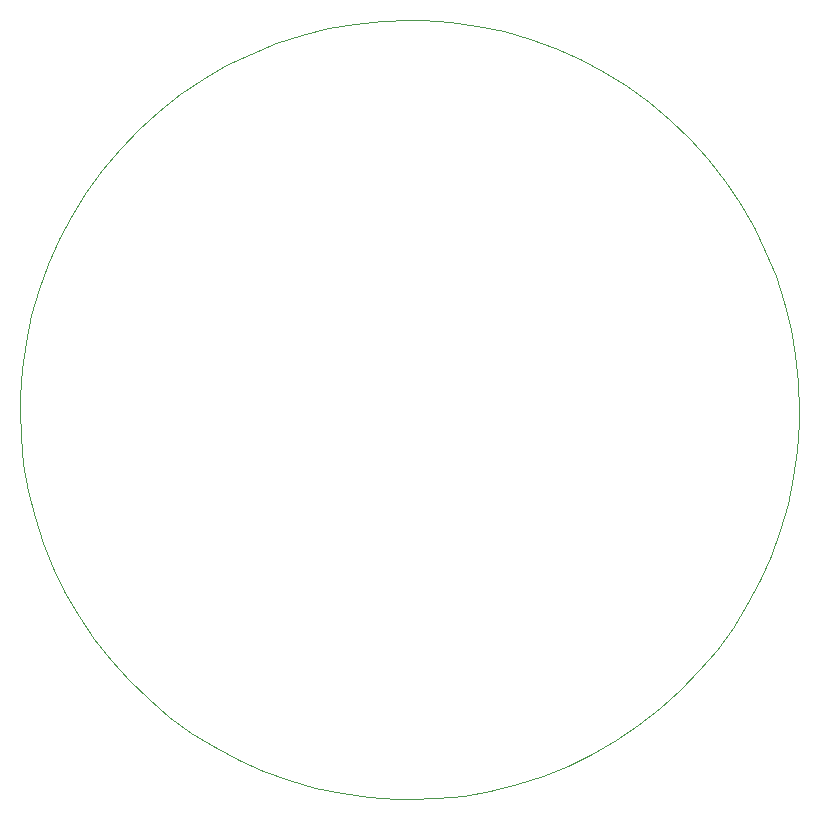
<source format=gbr>
%FSDAX24Y24*%
%MOIN*%
%SFA1B1*%

%IPPOS*%
%ADD69C,0.001000*%
%LNde-020717_profile-1*%
%LPD*%
G54D69*
X000108Y013100D02*
D01*
X000139Y012193*
X000234Y011291*
X000391Y010398*
X000611Y009518*
X000891Y008656*
X001231Y007815*
X001628Y007000*
X002082Y006215*
X002589Y005463*
X003147Y004748*
X003754Y004074*
X004406Y003445*
X005101Y002862*
X005834Y002329*
X006604Y001848*
X007404Y001422*
X008233Y001054*
X009085Y000743*
X009956Y000493*
X010843Y000305*
X011741Y000179*
X012646Y000115*
X013100Y000108*
D01*
X014006Y000139*
X014908Y000234*
X015801Y000391*
X016681Y000611*
X017543Y000891*
X018384Y001231*
X019199Y001628*
X019984Y002082*
X020736Y002589*
X021451Y003147*
X022125Y003754*
X022754Y004406*
X023337Y005101*
X023870Y005834*
X024351Y006604*
X024777Y007404*
X025145Y008233*
X025456Y009085*
X025706Y009956*
X025894Y010843*
X026020Y011741*
X026084Y012646*
X026092Y013100*
D01*
X026060Y014006*
X025965Y014908*
X025808Y015801*
X025588Y016681*
X025308Y017543*
X024968Y018384*
X024571Y019199*
X024117Y019984*
X023610Y020736*
X023052Y021451*
X022445Y022125*
X021793Y022754*
X021098Y023337*
X020365Y023870*
X019596Y024351*
X018795Y024777*
X017966Y025145*
X017114Y025456*
X016243Y025706*
X015356Y025894*
X014458Y026020*
X013553Y026084*
X013100Y026092*
D01*
X012193Y026060*
X011291Y025965*
X010398Y025808*
X009518Y025588*
X008656Y025308*
X007815Y024968*
X007000Y024571*
X006215Y024117*
X005463Y023610*
X004748Y023052*
X004074Y022445*
X003445Y021793*
X002862Y021098*
X002329Y020365*
X001848Y019595*
X001422Y018795*
X001054Y017966*
X000743Y017114*
X000493Y016243*
X000305Y015356*
X000179Y014458*
X000115Y013553*
X000108Y013100*
M02*
</source>
